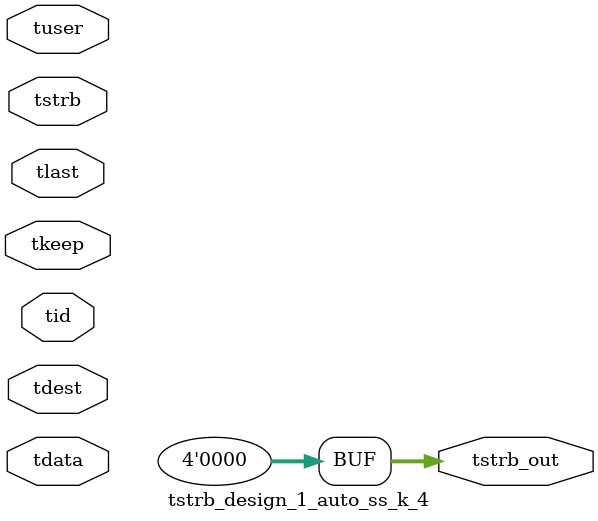
<source format=v>


`timescale 1ps/1ps

module tstrb_design_1_auto_ss_k_4 #
(
parameter C_S_AXIS_TDATA_WIDTH = 32,
parameter C_S_AXIS_TUSER_WIDTH = 0,
parameter C_S_AXIS_TID_WIDTH   = 0,
parameter C_S_AXIS_TDEST_WIDTH = 0,
parameter C_M_AXIS_TDATA_WIDTH = 32
)
(
input  [(C_S_AXIS_TDATA_WIDTH == 0 ? 1 : C_S_AXIS_TDATA_WIDTH)-1:0     ] tdata,
input  [(C_S_AXIS_TUSER_WIDTH == 0 ? 1 : C_S_AXIS_TUSER_WIDTH)-1:0     ] tuser,
input  [(C_S_AXIS_TID_WIDTH   == 0 ? 1 : C_S_AXIS_TID_WIDTH)-1:0       ] tid,
input  [(C_S_AXIS_TDEST_WIDTH == 0 ? 1 : C_S_AXIS_TDEST_WIDTH)-1:0     ] tdest,
input  [(C_S_AXIS_TDATA_WIDTH/8)-1:0 ] tkeep,
input  [(C_S_AXIS_TDATA_WIDTH/8)-1:0 ] tstrb,
input                                                                    tlast,
output [(C_M_AXIS_TDATA_WIDTH/8)-1:0 ] tstrb_out
);

assign tstrb_out = {1'b0};

endmodule


</source>
